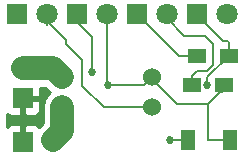
<source format=gtl>
G04 #@! TF.FileFunction,Copper,L1,Top,Signal*
%FSLAX46Y46*%
G04 Gerber Fmt 4.6, Leading zero omitted, Abs format (unit mm)*
G04 Created by KiCad (PCBNEW 4.0.6) date 2017 September 13, Wednesday 11:36:20*
%MOMM*%
%LPD*%
G01*
G04 APERTURE LIST*
%ADD10C,0.100000*%
%ADD11R,1.500000X1.300000*%
%ADD12C,1.524000*%
%ADD13R,1.800000X1.800000*%
%ADD14C,1.800000*%
%ADD15R,1.300000X1.700000*%
%ADD16R,1.700000X1.700000*%
%ADD17O,1.700000X1.700000*%
%ADD18C,0.685800*%
%ADD19C,0.152400*%
%ADD20C,2.000000*%
%ADD21C,0.254000*%
G04 APERTURE END LIST*
D10*
D11*
X168350000Y-101100000D03*
X171050000Y-101100000D03*
D12*
X157353000Y-100457000D03*
X157353000Y-102997000D03*
X164973000Y-100457000D03*
X164973000Y-102997000D03*
D11*
X168779200Y-98653600D03*
X171479200Y-98653600D03*
D13*
X158623000Y-95123000D03*
D14*
X161163000Y-95123000D03*
D13*
X163703000Y-95123000D03*
D14*
X166243000Y-95123000D03*
D13*
X168783000Y-95123000D03*
D14*
X171323000Y-95123000D03*
D13*
X153543000Y-95123000D03*
D14*
X156083000Y-95123000D03*
D15*
X171549000Y-105791000D03*
X168049000Y-105791000D03*
D16*
X154051000Y-105892600D03*
D17*
X156591000Y-105892600D03*
D16*
X154051000Y-102235000D03*
D17*
X154051000Y-99695000D03*
D18*
X161290000Y-101092000D03*
X159880300Y-99974400D03*
X166497000Y-105791000D03*
X169672000Y-101104700D03*
D19*
X168350000Y-101100000D02*
X168350000Y-100331200D01*
X167716200Y-96913700D02*
X166243000Y-95440500D01*
X169468800Y-96913700D02*
X167716200Y-96913700D01*
X170141900Y-97586800D02*
X169468800Y-96913700D01*
X170141900Y-99364800D02*
X170141900Y-97586800D01*
X169595800Y-99910900D02*
X170141900Y-99364800D01*
X168770300Y-99910900D02*
X169595800Y-99910900D01*
X168350000Y-100331200D02*
X168770300Y-99910900D01*
X166243000Y-95440500D02*
X166243000Y-95123000D01*
X168449000Y-100711000D02*
X168529000Y-100711000D01*
X166243000Y-95758000D02*
X166243000Y-95123000D01*
X168449000Y-100711000D02*
X168021000Y-100711000D01*
X161290000Y-101092000D02*
X164338000Y-101092000D01*
X164338000Y-101092000D02*
X164973000Y-100457000D01*
X164973000Y-100457000D02*
X164973000Y-100584000D01*
X164973000Y-100584000D02*
X167055800Y-102666800D01*
X167055800Y-102666800D02*
X169722800Y-102666800D01*
X171549000Y-105791000D02*
X169773600Y-105791000D01*
X169710100Y-102679500D02*
X169722800Y-102666800D01*
X169722800Y-102666800D02*
X171050000Y-101339600D01*
X169710100Y-105727500D02*
X169710100Y-102679500D01*
X169773600Y-105791000D02*
X169710100Y-105727500D01*
X171050000Y-101339600D02*
X171050000Y-101100000D01*
X161163000Y-100965000D02*
X161163000Y-95123000D01*
X161290000Y-101092000D02*
X161163000Y-100965000D01*
X171149000Y-100711000D02*
X171149000Y-101520000D01*
X171149000Y-101520000D02*
X170942000Y-101727000D01*
X171149000Y-105791000D02*
X171149000Y-105109000D01*
X156083000Y-95123000D02*
X156083000Y-95681800D01*
X156083000Y-95681800D02*
X157721300Y-97320100D01*
X160896300Y-102997000D02*
X164973000Y-102997000D01*
X159067500Y-101168200D02*
X160896300Y-102997000D01*
X159067500Y-98971100D02*
X159067500Y-101168200D01*
X157721300Y-97624900D02*
X159067500Y-98971100D01*
X157721300Y-97320100D02*
X157721300Y-97624900D01*
X156083000Y-96012000D02*
X156083000Y-95123000D01*
D20*
X157353000Y-105029000D02*
X156591000Y-105791000D01*
X157353000Y-102997000D02*
X157353000Y-105029000D01*
D19*
X158623000Y-95123000D02*
X158623000Y-95796100D01*
X158623000Y-95796100D02*
X159880300Y-97053400D01*
X159880300Y-97053400D02*
X159880300Y-99974400D01*
X168779200Y-98653600D02*
X167233600Y-98653600D01*
X167233600Y-98653600D02*
X163703000Y-95123000D01*
X168449000Y-105791000D02*
X166497000Y-105791000D01*
X171479200Y-98653600D02*
X171462700Y-98653600D01*
X171462700Y-98653600D02*
X169672000Y-100444300D01*
X169672000Y-100444300D02*
X169672000Y-101104700D01*
X168783000Y-95123000D02*
X168783000Y-95186500D01*
X168783000Y-95186500D02*
X171005500Y-97409000D01*
X171479200Y-97514400D02*
X171479200Y-98653600D01*
X171373800Y-97409000D02*
X171479200Y-97514400D01*
X171005500Y-97409000D02*
X171373800Y-97409000D01*
X172207600Y-98700000D02*
X171050000Y-98700000D01*
D20*
X154051000Y-99695000D02*
X156591000Y-99695000D01*
X156591000Y-99695000D02*
X157353000Y-100457000D01*
D21*
G36*
X156196881Y-101613120D02*
X156367314Y-101727000D01*
X156196880Y-101840880D01*
X155842457Y-102371313D01*
X155718000Y-102997000D01*
X155718000Y-104351760D01*
X155434880Y-104634880D01*
X155417426Y-104661001D01*
X155260699Y-104504273D01*
X155027310Y-104407600D01*
X154336750Y-104407600D01*
X154178000Y-104566350D01*
X154178000Y-105765600D01*
X154198000Y-105765600D01*
X154198000Y-106019600D01*
X154178000Y-106019600D01*
X154178000Y-106039600D01*
X153924000Y-106039600D01*
X153924000Y-106019600D01*
X153904000Y-106019600D01*
X153904000Y-105765600D01*
X153924000Y-105765600D01*
X153924000Y-104566350D01*
X153765250Y-104407600D01*
X153074690Y-104407600D01*
X152841301Y-104504273D01*
X152729000Y-104616575D01*
X152729000Y-103511026D01*
X152841302Y-103623327D01*
X153074691Y-103720000D01*
X153765250Y-103720000D01*
X153924000Y-103561250D01*
X153924000Y-102362000D01*
X154178000Y-102362000D01*
X154178000Y-103561250D01*
X154336750Y-103720000D01*
X155027309Y-103720000D01*
X155260698Y-103623327D01*
X155439327Y-103444699D01*
X155536000Y-103211310D01*
X155536000Y-102520750D01*
X155377250Y-102362000D01*
X154178000Y-102362000D01*
X153924000Y-102362000D01*
X153904000Y-102362000D01*
X153904000Y-102108000D01*
X153924000Y-102108000D01*
X153924000Y-102088000D01*
X154178000Y-102088000D01*
X154178000Y-102108000D01*
X155377250Y-102108000D01*
X155536000Y-101949250D01*
X155536000Y-101330000D01*
X155913761Y-101330000D01*
X156196881Y-101613120D01*
X156196881Y-101613120D01*
G37*
X156196881Y-101613120D02*
X156367314Y-101727000D01*
X156196880Y-101840880D01*
X155842457Y-102371313D01*
X155718000Y-102997000D01*
X155718000Y-104351760D01*
X155434880Y-104634880D01*
X155417426Y-104661001D01*
X155260699Y-104504273D01*
X155027310Y-104407600D01*
X154336750Y-104407600D01*
X154178000Y-104566350D01*
X154178000Y-105765600D01*
X154198000Y-105765600D01*
X154198000Y-106019600D01*
X154178000Y-106019600D01*
X154178000Y-106039600D01*
X153924000Y-106039600D01*
X153924000Y-106019600D01*
X153904000Y-106019600D01*
X153904000Y-105765600D01*
X153924000Y-105765600D01*
X153924000Y-104566350D01*
X153765250Y-104407600D01*
X153074690Y-104407600D01*
X152841301Y-104504273D01*
X152729000Y-104616575D01*
X152729000Y-103511026D01*
X152841302Y-103623327D01*
X153074691Y-103720000D01*
X153765250Y-103720000D01*
X153924000Y-103561250D01*
X153924000Y-102362000D01*
X154178000Y-102362000D01*
X154178000Y-103561250D01*
X154336750Y-103720000D01*
X155027309Y-103720000D01*
X155260698Y-103623327D01*
X155439327Y-103444699D01*
X155536000Y-103211310D01*
X155536000Y-102520750D01*
X155377250Y-102362000D01*
X154178000Y-102362000D01*
X153924000Y-102362000D01*
X153904000Y-102362000D01*
X153904000Y-102108000D01*
X153924000Y-102108000D01*
X153924000Y-102088000D01*
X154178000Y-102088000D01*
X154178000Y-102108000D01*
X155377250Y-102108000D01*
X155536000Y-101949250D01*
X155536000Y-101330000D01*
X155913761Y-101330000D01*
X156196881Y-101613120D01*
M02*

</source>
